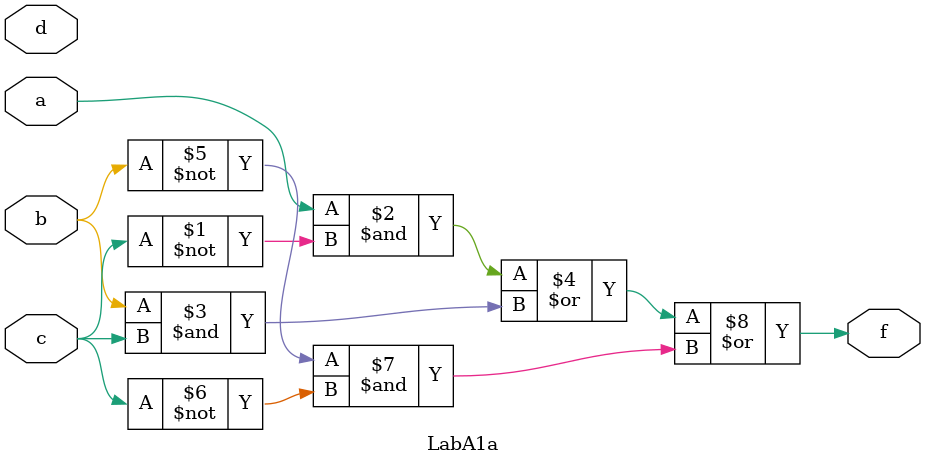
<source format=v>
module LabA1a(a,b,c,d,f);
	input a, b, c, d;
	output f;
	assign f = (a&~c)|(b&c)|(~b&~c);
endmodule

</source>
